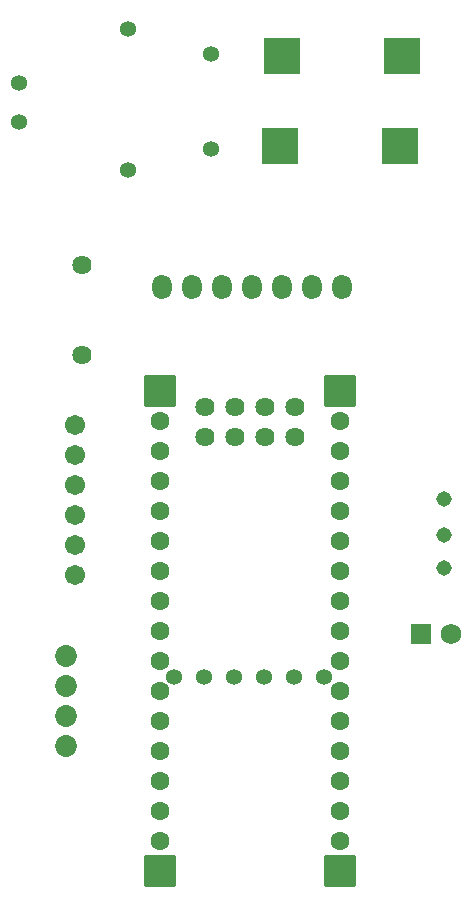
<source format=gts>
G04 Layer: TopSolderMaskLayer*
G04 EasyEDA v6.5.40, 2024-04-09 13:00:43*
G04 45367eb91e814c0fbe99eb78d241ce03,df7e7e3c38a3447abd37b529b333d242,10*
G04 Gerber Generator version 0.2*
G04 Scale: 100 percent, Rotated: No, Reflected: No *
G04 Dimensions in millimeters *
G04 leading zeros omitted , absolute positions ,4 integer and 5 decimal *
%FSLAX45Y45*%
%MOMM*%

%AMMACRO1*1,1,$1,$2,$3*1,1,$1,$4,$5*1,1,$1,0-$2,0-$3*1,1,$1,0-$4,0-$5*20,1,$1,$2,$3,$4,$5,0*20,1,$1,$4,$5,0-$2,0-$3,0*20,1,$1,0-$2,0-$3,0-$4,0-$5,0*20,1,$1,0-$4,0-$5,$2,$3,0*4,1,4,$2,$3,$4,$5,0-$2,0-$3,0-$4,0-$5,$2,$3,0*%
%ADD10C,1.6256*%
%ADD11O,1.641602X2.1015960000000002*%
%ADD12C,1.6016*%
%ADD13MACRO1,0.1016X1.27X-1.27X-1.27X-1.27*%
%ADD14C,1.7032*%
%ADD15C,1.3132*%
%ADD16MACRO1,0.1016X-0.8255X0.8255X0.8255X0.8255*%
%ADD17C,1.7526*%
%ADD18C,1.8516*%
%ADD19C,1.3616*%
%ADD20MACRO1,0.1016X-1.5X1.5X1.5X1.5*%
%ADD21MACRO1,0.1016X1.5X-1.5X-1.5X-1.5*%

%LPD*%
D10*
G01*
X2273300Y3225800D03*
G01*
X2527300Y3225800D03*
G01*
X2781300Y3225800D03*
G01*
X3035300Y3225800D03*
G01*
X3035300Y3479800D03*
G01*
X2781300Y3479800D03*
G01*
X2527300Y3479800D03*
G01*
X2273300Y3479800D03*
D11*
G01*
X1905000Y4495800D03*
G01*
X2159000Y4495800D03*
G01*
X2667000Y4495800D03*
G01*
X2921000Y4495800D03*
G01*
X2413000Y4495800D03*
G01*
X3175000Y4495800D03*
G01*
X3429000Y4495800D03*
D12*
G01*
X3416300Y-190500D03*
G01*
X3416300Y63500D03*
G01*
X3416300Y317500D03*
G01*
X3416300Y571500D03*
G01*
X3416300Y825500D03*
G01*
X3416300Y1079500D03*
G01*
X3416300Y1333500D03*
G01*
X3416300Y1587500D03*
G01*
X3416300Y1841500D03*
G01*
X3416300Y2095500D03*
G01*
X3416300Y2349500D03*
G01*
X3416300Y2603500D03*
G01*
X3416300Y2857500D03*
G01*
X3416300Y3111500D03*
G01*
X3416300Y3365500D03*
G01*
X1892300Y3365500D03*
G01*
X1892300Y3111500D03*
G01*
X1892300Y2857500D03*
G01*
X1892300Y2603500D03*
G01*
X1892300Y2349500D03*
G01*
X1892300Y2095500D03*
G01*
X1892300Y1841500D03*
G01*
X1892300Y1587500D03*
G01*
X1892300Y1333500D03*
G01*
X1892300Y1079500D03*
G01*
X1892300Y825500D03*
G01*
X1892300Y571500D03*
G01*
X1892300Y317500D03*
G01*
X1892300Y63500D03*
G01*
X1892300Y-190500D03*
D13*
G01*
X1892300Y-444500D03*
G01*
X3416300Y-444500D03*
G01*
X3416300Y3619500D03*
G01*
X1892300Y3619500D03*
D14*
G01*
X1168400Y2057400D03*
G01*
X1168400Y2311400D03*
G01*
X1168400Y2565400D03*
G01*
X1168400Y2819400D03*
G01*
X1168400Y3073400D03*
G01*
X1168400Y3327400D03*
D15*
G01*
X4292600Y2120900D03*
G01*
X4292600Y2400300D03*
G01*
X4292600Y2705100D03*
D16*
G01*
X4102100Y1562100D03*
D17*
G01*
X4356100Y1562100D03*
D18*
G01*
X1092200Y609600D03*
G01*
X1092200Y863600D03*
G01*
X1092200Y1117600D03*
G01*
X1092200Y1371600D03*
D19*
G01*
X2006600Y1194688D03*
G01*
X2260600Y1194688D03*
G01*
X2514600Y1194688D03*
G01*
X2768600Y1194688D03*
G01*
X3022600Y1194688D03*
G01*
X3276600Y1194688D03*
G01*
X2324100Y5670600D03*
G01*
X2324100Y6470599D03*
G01*
X1618487Y6680200D03*
G01*
X1618487Y5486400D03*
G01*
X698500Y6223000D03*
G01*
X698500Y5892800D03*
D20*
G01*
X2921000Y6451600D03*
G01*
X3937000Y6451600D03*
D21*
G01*
X3924300Y5689600D03*
G01*
X2908300Y5689600D03*
D10*
G01*
X1231900Y3924300D03*
G01*
X1231900Y4686300D03*
M02*

</source>
